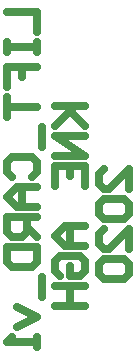
<source format=gbo>
G04*
G04 #@! TF.GenerationSoftware,Altium Limited,Altium Designer,21.0.8 (223)*
G04*
G04 Layer_Color=32896*
%FSLAX25Y25*%
%MOIN*%
G70*
G04*
G04 #@! TF.SameCoordinates,8FE4C6D1-BE16-481A-9B8C-92EB46E9F254*
G04*
G04*
G04 #@! TF.FilePolarity,Positive*
G04*
G01*
G75*
%ADD17C,0.02500*%
D17*
X35503Y216645D02*
X45500D01*
X42168D01*
X35503Y209981D01*
X40502Y214979D01*
X45500Y209981D01*
Y206648D02*
X35503D01*
X45500Y199984D01*
X35503D01*
Y189987D02*
Y196652D01*
X45500D01*
Y189987D01*
X40502Y196652D02*
Y193319D01*
X45500Y176658D02*
X38835D01*
X35503Y173326D01*
X38835Y169993D01*
X45500D01*
X40502D01*
Y176658D01*
X37169Y159997D02*
X35503Y161663D01*
Y164995D01*
X37169Y166661D01*
X43834D01*
X45500Y164995D01*
Y161663D01*
X43834Y159997D01*
X40502D01*
Y163329D01*
X35503Y156665D02*
X45500D01*
X40502D01*
Y150000D01*
X35503D01*
X45500D01*
X19337Y248131D02*
X29334D01*
Y241466D01*
X19337Y238134D02*
Y234802D01*
Y236468D01*
X29334D01*
Y238134D01*
Y234802D01*
X19337Y223139D02*
Y229803D01*
X24336D01*
Y226471D01*
Y229803D01*
X29334D01*
X19337Y219806D02*
Y213142D01*
Y216474D01*
X29334D01*
X31000Y209810D02*
Y203145D01*
X21003Y193148D02*
X19337Y194815D01*
Y198147D01*
X21003Y199813D01*
X27668D01*
X29334Y198147D01*
Y194815D01*
X27668Y193148D01*
X29334Y189816D02*
X22669D01*
X19337Y186484D01*
X22669Y183152D01*
X29334D01*
X24336D01*
Y189816D01*
X29334Y179819D02*
X19337D01*
Y174821D01*
X21003Y173155D01*
X24336D01*
X26002Y174821D01*
Y179819D01*
Y176487D02*
X29334Y173155D01*
X19337Y169823D02*
X29334D01*
Y164824D01*
X27668Y163158D01*
X21003D01*
X19337Y164824D01*
Y169823D01*
X31000Y159826D02*
Y153161D01*
X22669Y149829D02*
X29334Y146497D01*
X22669Y143165D01*
X29334Y139832D02*
Y136500D01*
Y138166D01*
X19337D01*
X21003Y139832D01*
X60000Y188990D02*
Y195655D01*
X53335Y188990D01*
X51669D01*
X50003Y190656D01*
Y193989D01*
X51669Y195655D01*
Y185658D02*
X50003Y183992D01*
Y180660D01*
X51669Y178993D01*
X58334D01*
X60000Y180660D01*
Y183992D01*
X58334Y185658D01*
X51669D01*
X60000Y168997D02*
Y175661D01*
X53335Y168997D01*
X51669D01*
X50003Y170663D01*
Y173995D01*
X51669Y175661D01*
Y165665D02*
X50003Y163998D01*
Y160666D01*
X51669Y159000D01*
X58334D01*
X60000Y160666D01*
Y163998D01*
X58334Y165665D01*
X51669D01*
M02*

</source>
